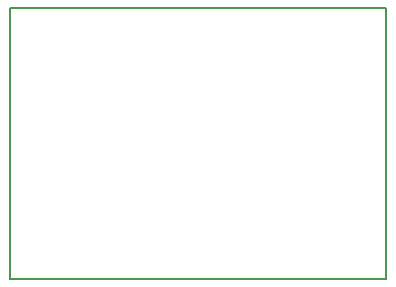
<source format=gko>
%TF.GenerationSoftware,KiCad,Pcbnew,4.0.7*%
%TF.CreationDate,2017-12-01T19:39:18+08:00*%
%TF.ProjectId,ST-Link V2.1,53542D4C696E6B2056322E312E6B6963,rev?*%
%TF.FileFunction,Profile,NP*%
%FSLAX46Y46*%
G04 Gerber Fmt 4.6, Leading zero omitted, Abs format (unit mm)*
G04 Created by KiCad (PCBNEW 4.0.7) date 12/01/17 19:39:18*
%MOMM*%
%LPD*%
G01*
G04 APERTURE LIST*
%ADD10C,0.100000*%
%ADD11C,0.150000*%
G04 APERTURE END LIST*
D10*
D11*
X31800000Y-23000000D02*
X31800000Y0D01*
X0Y0D02*
X0Y-23000000D01*
X0Y0D02*
X31800000Y0D01*
X31800000Y-23000000D02*
X0Y-23000000D01*
M02*

</source>
